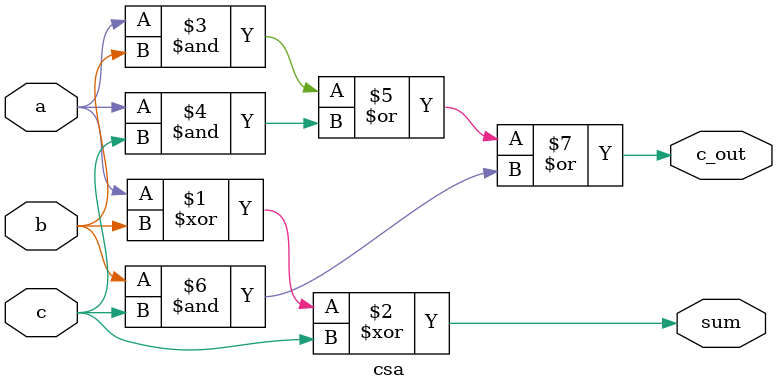
<source format=v>
module csa (sum, c_out, a, b, c);

output sum, c_out;
input a, b, c;

assign sum = a ^ b ^ c;
assign c_out = (a & b) | (a & c) | (b & c);

endmodule


</source>
